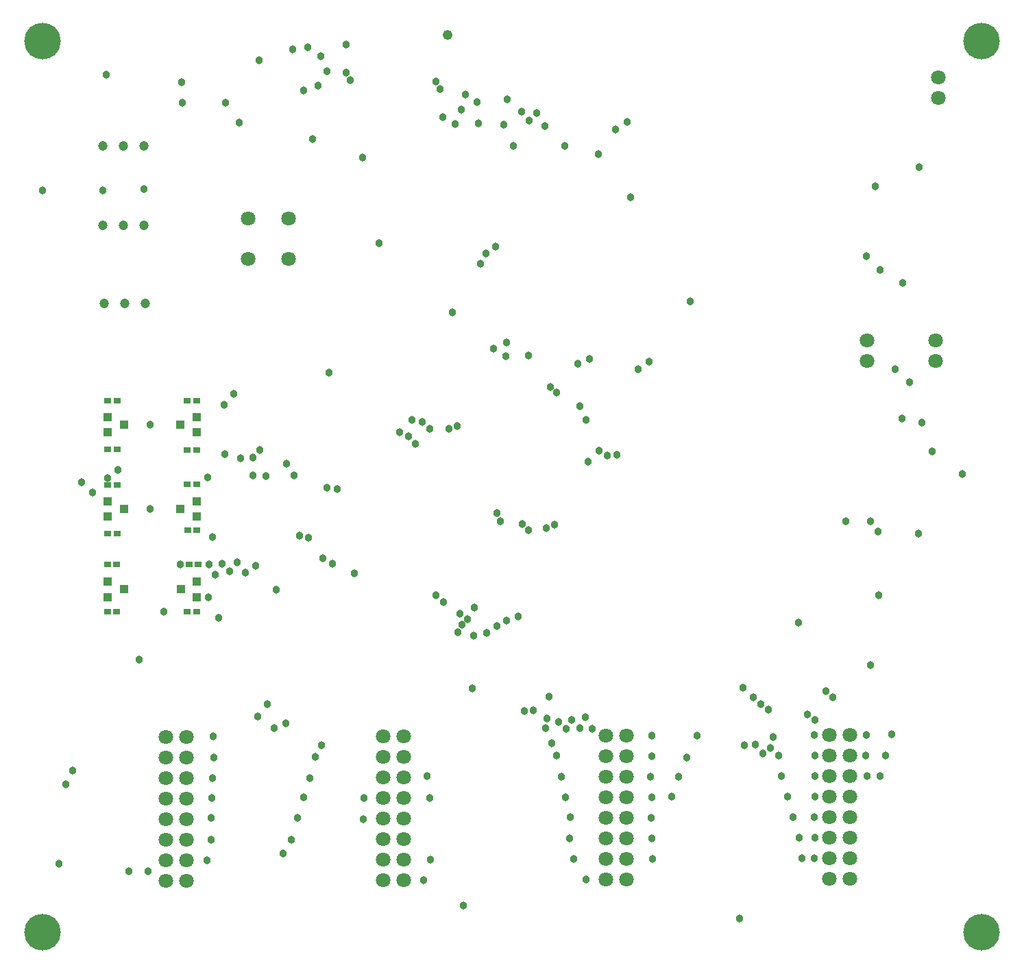
<source format=gbr>
%TF.GenerationSoftware,Altium Limited,Altium Designer,18.1.9 (240)*%
G04 Layer_Color=16711935*
%FSLAX26Y26*%
%MOIN*%
%TF.FileFunction,Soldermask,Bot*%
%TF.Part,Single*%
G01*
G75*
%TA.AperFunction,SMDPad,CuDef*%
%ADD47R,0.037528X0.031622*%
%ADD48R,0.043433X0.039496*%
%TA.AperFunction,ViaPad*%
%ADD49C,0.178000*%
%TA.AperFunction,ComponentPad*%
%ADD50C,0.070992*%
%ADD51C,0.047370*%
%TA.AperFunction,ViaPad*%
%ADD52C,0.038000*%
%ADD53C,0.048000*%
D47*
X2615670Y4068855D02*
D03*
X2660945D02*
D03*
X2615670Y3829855D02*
D03*
X2660945D02*
D03*
X2615567Y3658816D02*
D03*
X2660843D02*
D03*
X2617000Y3419816D02*
D03*
X2662276D02*
D03*
X2615032Y3270422D02*
D03*
X2660307D02*
D03*
X2615032Y3041950D02*
D03*
X2660307D02*
D03*
X3047799Y4068855D02*
D03*
X3002523D02*
D03*
X3047796Y3828855D02*
D03*
X3002520D02*
D03*
X3050276Y3437000D02*
D03*
X3005000D02*
D03*
X3049276Y3660000D02*
D03*
X3004000D02*
D03*
X3057063Y3272021D02*
D03*
X3011788D02*
D03*
X3048928Y3043052D02*
D03*
X3003653D02*
D03*
D48*
X2615567Y3914454D02*
D03*
Y3989257D02*
D03*
X2694307Y3951855D02*
D03*
X2615567Y3504812D02*
D03*
Y3579615D02*
D03*
X2694307Y3542214D02*
D03*
X2615567Y3113021D02*
D03*
Y3187824D02*
D03*
X2694307Y3150422D02*
D03*
X3047528Y3989257D02*
D03*
Y3914454D02*
D03*
X2968788Y3951855D02*
D03*
X3047528Y3579615D02*
D03*
Y3504812D02*
D03*
X2968788Y3542214D02*
D03*
X3050063Y3187824D02*
D03*
Y3113021D02*
D03*
X2971323Y3150422D02*
D03*
D49*
X2300000Y1480000D02*
D03*
X6865000D02*
D03*
Y5818000D02*
D03*
X2300000D02*
D03*
D50*
X6643000Y4362000D02*
D03*
Y4262000D02*
D03*
X6308000Y4361000D02*
D03*
Y4261000D02*
D03*
X3495000Y4954000D02*
D03*
X3298150D02*
D03*
X3495000Y4757150D02*
D03*
X3298150D02*
D03*
X5038544Y2439063D02*
D03*
Y2339063D02*
D03*
Y2239063D02*
D03*
Y2139063D02*
D03*
Y2039063D02*
D03*
Y1939063D02*
D03*
Y1839063D02*
D03*
Y1739063D02*
D03*
X5138544D02*
D03*
Y1839063D02*
D03*
Y1939063D02*
D03*
Y2039063D02*
D03*
Y2139063D02*
D03*
Y2239063D02*
D03*
Y2339063D02*
D03*
Y2439063D02*
D03*
X6226664Y2442285D02*
D03*
Y2342285D02*
D03*
Y2242285D02*
D03*
Y2142285D02*
D03*
Y2042285D02*
D03*
Y1942285D02*
D03*
Y1842285D02*
D03*
Y1742285D02*
D03*
X6126664D02*
D03*
Y1842285D02*
D03*
Y1942285D02*
D03*
Y2042285D02*
D03*
Y2142285D02*
D03*
Y2242285D02*
D03*
Y2342285D02*
D03*
Y2442285D02*
D03*
X4055063Y2433964D02*
D03*
Y2333964D02*
D03*
Y2233964D02*
D03*
Y2133964D02*
D03*
Y2033964D02*
D03*
Y1933964D02*
D03*
Y1833964D02*
D03*
Y1733964D02*
D03*
X3955063D02*
D03*
Y1833964D02*
D03*
Y1933964D02*
D03*
Y2033964D02*
D03*
Y2133964D02*
D03*
Y2233964D02*
D03*
Y2333964D02*
D03*
Y2433964D02*
D03*
X2998534Y2432092D02*
D03*
Y2332092D02*
D03*
Y2232092D02*
D03*
Y2132092D02*
D03*
Y2032092D02*
D03*
Y1932092D02*
D03*
Y1832092D02*
D03*
Y1732092D02*
D03*
X2898534D02*
D03*
Y1832092D02*
D03*
Y1932092D02*
D03*
Y2032092D02*
D03*
Y2132092D02*
D03*
Y2232092D02*
D03*
Y2332092D02*
D03*
Y2432092D02*
D03*
X6655000Y5640000D02*
D03*
Y5540000D02*
D03*
D51*
X2592000Y5307000D02*
D03*
X2792000D02*
D03*
X2692000D02*
D03*
X2598000Y4540000D02*
D03*
X2798000D02*
D03*
X2698000D02*
D03*
X2594000Y4922000D02*
D03*
X2794000D02*
D03*
X2694000D02*
D03*
D52*
X2609000Y5656000D02*
D03*
X2890000Y3040000D02*
D03*
X5087000Y5388000D02*
D03*
X4184000Y3930000D02*
D03*
X4112000Y3857425D02*
D03*
X6561000Y5206000D02*
D03*
X6324717Y3482716D02*
D03*
X6206245D02*
D03*
X6559000Y3420000D02*
D03*
X6363000Y3432000D02*
D03*
X6348000Y5113000D02*
D03*
X2769000Y2809000D02*
D03*
X4542000Y5411000D02*
D03*
X5001000Y5267000D02*
D03*
X3817000Y3227000D02*
D03*
X6446000Y4220000D02*
D03*
X6517000Y4158000D02*
D03*
X4429000Y4735000D02*
D03*
X4504000Y4817000D02*
D03*
X4558425Y5534425D02*
D03*
X3775000Y5800000D02*
D03*
Y5666000D02*
D03*
X3797000Y5628000D02*
D03*
X3653000Y5746000D02*
D03*
X3684000Y5673000D02*
D03*
X3589000Y5789000D02*
D03*
X3516000Y5778000D02*
D03*
X6772000Y3710000D02*
D03*
X3936000Y4835000D02*
D03*
X3693000Y4206000D02*
D03*
X2378000Y1814000D02*
D03*
X3097908Y1832092D02*
D03*
X5975000Y2987000D02*
D03*
X5688000Y1547000D02*
D03*
X4345000Y1610000D02*
D03*
X4390000Y2669000D02*
D03*
X5449000Y4551000D02*
D03*
X6482068Y4641000D02*
D03*
X3261051Y3788000D02*
D03*
X3732000Y3637000D02*
D03*
X3593000Y3400000D02*
D03*
X3550000Y3413000D02*
D03*
X3661000Y3300000D02*
D03*
X3708000Y3275000D02*
D03*
X3337000Y3266000D02*
D03*
X3287000Y3231000D02*
D03*
X3247000Y3281000D02*
D03*
X3209000Y3239000D02*
D03*
X3172000Y3274000D02*
D03*
X3125000Y3406000D02*
D03*
X3140000Y3221000D02*
D03*
X3107979Y3272021D02*
D03*
X3322000Y3793000D02*
D03*
Y3704000D02*
D03*
X3156000Y3010000D02*
D03*
X3435054Y3148000D02*
D03*
X3387000Y3703000D02*
D03*
X3356000Y3827000D02*
D03*
X2616000Y3692000D02*
D03*
X3185000Y3808000D02*
D03*
X3485000Y3761000D02*
D03*
X3524000Y3705000D02*
D03*
X2489000Y3671000D02*
D03*
X4510000Y2971000D02*
D03*
X4395000Y2926000D02*
D03*
X4459000Y2939000D02*
D03*
X4318000Y2942000D02*
D03*
X4338000Y2977000D02*
D03*
X4367000Y3005000D02*
D03*
X4329000Y3033000D02*
D03*
X4250000Y3089000D02*
D03*
X4400000Y3061000D02*
D03*
X4556000Y2999000D02*
D03*
X4614000Y3018000D02*
D03*
X4214000Y3123000D02*
D03*
X5144000Y5426000D02*
D03*
X4231000Y5586000D02*
D03*
X4213000Y5623000D02*
D03*
X4246000Y5448000D02*
D03*
X3637921Y5599921D02*
D03*
X4419000Y5419000D02*
D03*
X4412000Y5520000D02*
D03*
X6142000Y2626000D02*
D03*
X6108000Y2654000D02*
D03*
X6056000Y2514000D02*
D03*
X6020000Y2540000D02*
D03*
X4147000Y3966000D02*
D03*
X4096000Y3975000D02*
D03*
X4079000Y3895000D02*
D03*
X4037000Y3914000D02*
D03*
X4275000Y3931000D02*
D03*
X4314536Y3945000D02*
D03*
X4509000Y3520000D02*
D03*
X4527000Y3479898D02*
D03*
X4633000Y3468000D02*
D03*
X4662000Y3437000D02*
D03*
X4788000Y3465000D02*
D03*
X4748000Y3449000D02*
D03*
X4954000Y3771000D02*
D03*
X5005000Y3826000D02*
D03*
X5046000Y3800000D02*
D03*
X5091000Y3806000D02*
D03*
X4912000Y4040000D02*
D03*
X4663000Y4288000D02*
D03*
X4556456Y4350000D02*
D03*
X4494000Y4323000D02*
D03*
X4552000Y4286000D02*
D03*
X4768544Y4134000D02*
D03*
X4799000Y4108000D02*
D03*
X4294000Y4498000D02*
D03*
X5250000Y4257000D02*
D03*
X4959000Y4271827D02*
D03*
X4741000Y5404000D02*
D03*
X4701000Y5469000D02*
D03*
X4667000Y5433000D02*
D03*
X4628000Y5476000D02*
D03*
X6577000Y3960000D02*
D03*
X5792000Y2593000D02*
D03*
X5757000Y2626000D02*
D03*
X5707000Y2671000D02*
D03*
X5803000Y2350000D02*
D03*
X5767000Y2396000D02*
D03*
X5714000Y2393000D02*
D03*
X5839000Y2379000D02*
D03*
X5853000Y2431000D02*
D03*
X5828000Y2566000D02*
D03*
X6054000Y1842285D02*
D03*
X5978000Y1943000D02*
D03*
X5950000Y2042000D02*
D03*
X5922000Y2142000D02*
D03*
X5894000Y2242000D02*
D03*
X5992000Y1843000D02*
D03*
X5879715Y2342285D02*
D03*
X6053715Y2442285D02*
D03*
X6373000Y2242285D02*
D03*
X6400000Y2342000D02*
D03*
X6428000Y2444000D02*
D03*
X5360000Y2141000D02*
D03*
X5391000Y2238000D02*
D03*
X5432000Y2332000D02*
D03*
X5482000Y2437000D02*
D03*
X5263000Y2439063D02*
D03*
X5262000Y2338063D02*
D03*
X4753000Y2521000D02*
D03*
X4761000Y2628000D02*
D03*
X4809000Y2504000D02*
D03*
X4644000Y2559000D02*
D03*
X4686000Y2563000D02*
D03*
X4747000Y2475000D02*
D03*
X4776000Y2403000D02*
D03*
X4845000Y2473000D02*
D03*
X4874000Y2514544D02*
D03*
X4911000Y2474000D02*
D03*
X4939000Y2528000D02*
D03*
X4971000Y2471000D02*
D03*
X4799000Y2340000D02*
D03*
X4864000Y1938000D02*
D03*
X4169000Y2240000D02*
D03*
X3483701Y2498000D02*
D03*
X3427000Y2475799D02*
D03*
X3508000Y1932000D02*
D03*
X3539000Y2039000D02*
D03*
X3568000Y2138000D02*
D03*
X3599000Y2230000D02*
D03*
X3627000Y2335000D02*
D03*
X3656000Y2390000D02*
D03*
X3345000Y2530000D02*
D03*
X3391000Y2591000D02*
D03*
X3468000Y1866000D02*
D03*
X2444500Y2267500D02*
D03*
X2720000Y1778000D02*
D03*
X2300000Y5091000D02*
D03*
X2593000Y5093000D02*
D03*
X6371000Y4704000D02*
D03*
X6305000Y4770000D02*
D03*
X6627000Y3821000D02*
D03*
X4838000Y5308000D02*
D03*
X4590000D02*
D03*
X2976871Y5617871D02*
D03*
X3255000Y5421000D02*
D03*
X3187485Y5518485D02*
D03*
X6479000Y3983000D02*
D03*
X3353298Y5725702D02*
D03*
X4337299Y5485000D02*
D03*
X4357000Y5558000D02*
D03*
X2822000Y3951000D02*
D03*
X2821214Y3542000D02*
D03*
X2794000Y5097000D02*
D03*
X3182000Y4049000D02*
D03*
X3568000Y5579000D02*
D03*
X5159000Y5059000D02*
D03*
X2979000Y5517000D02*
D03*
X3857000Y5250000D02*
D03*
X4455456Y4784000D02*
D03*
X3611000Y5341000D02*
D03*
X4307000Y5415000D02*
D03*
X3682000Y3646000D02*
D03*
X6327000Y2780000D02*
D03*
X3102000Y3694000D02*
D03*
X3230000Y4102000D02*
D03*
X3105979Y3113021D02*
D03*
X2541000Y3620000D02*
D03*
X2667000Y3733000D02*
D03*
X2968000Y3272000D02*
D03*
X5196000Y4223000D02*
D03*
X4903000Y4248000D02*
D03*
X4944000Y3976000D02*
D03*
X6367000Y3122000D02*
D03*
X2811000Y1778000D02*
D03*
X3119092Y1932092D02*
D03*
X3119000Y2038000D02*
D03*
X3124000Y2135000D02*
D03*
X3125000Y2232000D02*
D03*
X3131000Y2333000D02*
D03*
X3130000Y2434000D02*
D03*
X2414000Y2200000D02*
D03*
X3861036Y2133964D02*
D03*
X3858000Y2033000D02*
D03*
X4182964Y2133964D02*
D03*
X4185964Y1833964D02*
D03*
X4153964Y1733964D02*
D03*
X6303715Y2342285D02*
D03*
X6304285Y2442285D02*
D03*
X6308285Y2242285D02*
D03*
X6054715Y2342285D02*
D03*
X6055285Y2242285D02*
D03*
X6054715Y2142285D02*
D03*
X6052285Y2042285D02*
D03*
X6054715Y1942715D02*
D03*
X4822000Y2238000D02*
D03*
X4843000Y2138000D02*
D03*
X4866000Y2040000D02*
D03*
X5255063Y2239063D02*
D03*
X5263937Y2139063D02*
D03*
X5259937Y2039063D02*
D03*
X5262937Y1939063D02*
D03*
X5265937Y1839063D02*
D03*
X4880937D02*
D03*
X4940937Y1739063D02*
D03*
D53*
X4269000Y5849000D02*
D03*
%TF.MD5,6e00110ddef4072cb8dca4c3bbd15294*%
M02*

</source>
